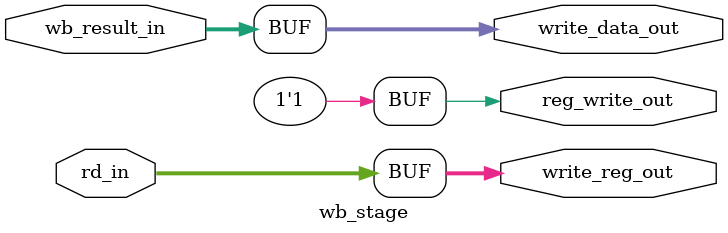
<source format=v>
module wb_stage (
    input [31:0] wb_result_in,
    input [4:0] rd_in,
    output reg_write_out,
    output [4:0] write_reg_out,
    output [31:0] write_data_out
);

assign reg_write_out = 1'b1; // Always write for now
assign write_reg_out = rd_in;
assign write_data_out = wb_result_in;

endmodule
</source>
